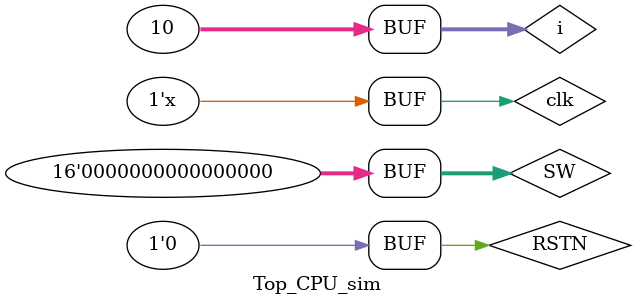
<source format=v>
`timescale 1ns / 1ps

module Top_CPU_sim();
    reg clk, RSTN;
    reg [15:0] SW;
    wire [31:0] data_in, data_out, rega, addr_out, inst_out, pc_out, jump_addr_out;
    wire [15:0] debug;

    Sim_Top UUT(.clk(clk), .RSTN(RSTN), .SW(SW), .data_in(data_in), .data_out(data_out), .rega(rega), .addr_out(addr_out), .inst_out(inst_out), .pc_out(pc_out), .jump_addr_out(jump_addr_out), .debug(debug));

    initial begin
        clk = 0;
        RSTN = 1;
        SW = 16'h0;
        #40;
        RSTN <= 0;


    end

    integer i;
    always @*
        for (i=0; i<10; i=i+1) clk <= #10 ~clk;
endmodule

</source>
